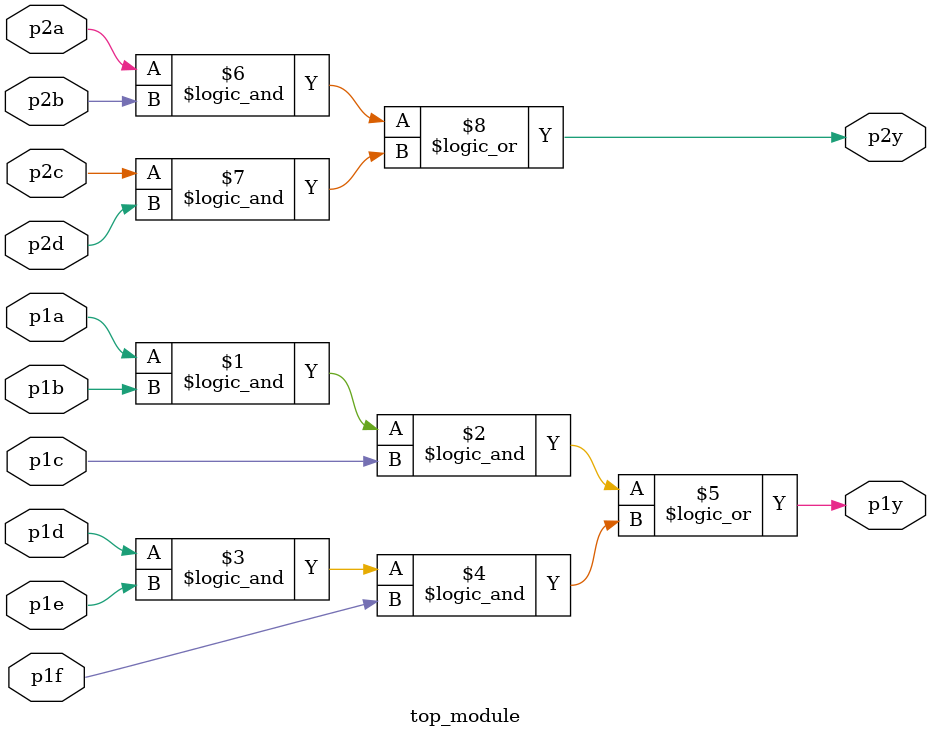
<source format=v>
module top_module ( input p1a, p1b, p1c, p1d, p1e, p1f, output p1y, input p2a, p2b, p2c, p2d, output p2y );

    assign p1y = ( p1a && p1b && p1c ) || ( p1d && p1e && p1f );
    assign p2y = ( p2a && p2b ) || ( p2c && p2d );

endmodule
</source>
